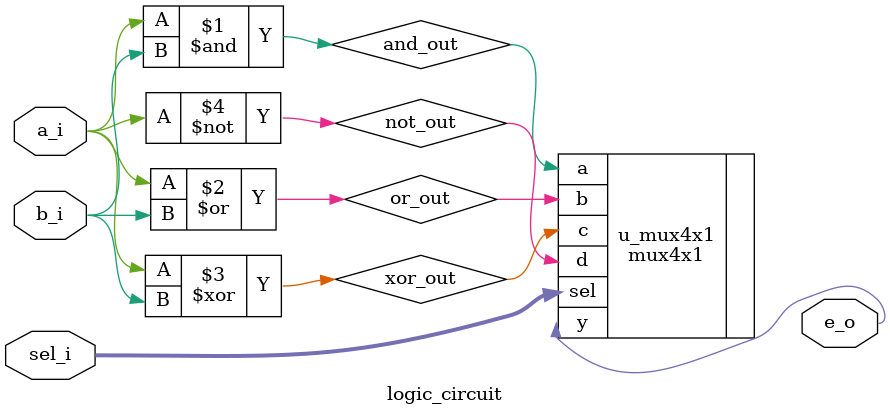
<source format=v>
`timescale 1ns/1ps
module logic_circuit (
    input  wire a_i,
    input  wire b_i,
    input  wire [1:0]       sel_i,
    output wire e_o
);

    wire and_out;
    wire or_out;
    wire xor_out;
    wire not_out;

    assign and_out = a_i & b_i;
    assign or_out  = a_i | b_i;
    assign xor_out = a_i ^ b_i;
    assign not_out = ~a_i;

    mux4x1 u_mux4x1 (
        .a  (and_out),
        .b  (or_out),
        .c  (xor_out),
        .d  (not_out),
        .sel(sel_i),
        .y  (e_o)
    );

endmodule
</source>
